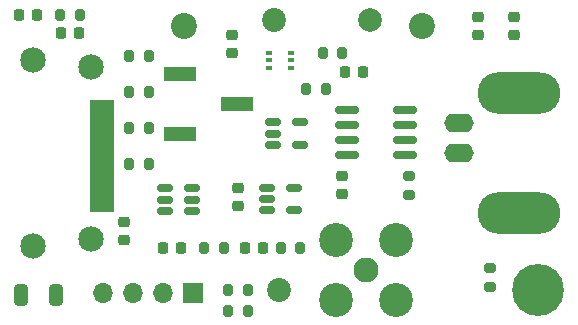
<source format=gbr>
%TF.GenerationSoftware,KiCad,Pcbnew,(6.0.4-0)*%
%TF.CreationDate,2023-05-17T14:52:11-05:00*%
%TF.ProjectId,voltage_sense,766f6c74-6167-4655-9f73-656e73652e6b,rev?*%
%TF.SameCoordinates,Original*%
%TF.FileFunction,Soldermask,Top*%
%TF.FilePolarity,Negative*%
%FSLAX46Y46*%
G04 Gerber Fmt 4.6, Leading zero omitted, Abs format (unit mm)*
G04 Created by KiCad (PCBNEW (6.0.4-0)) date 2023-05-17 14:52:11*
%MOMM*%
%LPD*%
G01*
G04 APERTURE LIST*
G04 Aperture macros list*
%AMRoundRect*
0 Rectangle with rounded corners*
0 $1 Rounding radius*
0 $2 $3 $4 $5 $6 $7 $8 $9 X,Y pos of 4 corners*
0 Add a 4 corners polygon primitive as box body*
4,1,4,$2,$3,$4,$5,$6,$7,$8,$9,$2,$3,0*
0 Add four circle primitives for the rounded corners*
1,1,$1+$1,$2,$3*
1,1,$1+$1,$4,$5*
1,1,$1+$1,$6,$7*
1,1,$1+$1,$8,$9*
0 Add four rect primitives between the rounded corners*
20,1,$1+$1,$2,$3,$4,$5,0*
20,1,$1+$1,$4,$5,$6,$7,0*
20,1,$1+$1,$6,$7,$8,$9,0*
20,1,$1+$1,$8,$9,$2,$3,0*%
G04 Aperture macros list end*
%ADD10RoundRect,0.150000X-0.512500X-0.150000X0.512500X-0.150000X0.512500X0.150000X-0.512500X0.150000X0*%
%ADD11RoundRect,0.200000X-0.200000X-0.275000X0.200000X-0.275000X0.200000X0.275000X-0.200000X0.275000X0*%
%ADD12RoundRect,0.150000X0.825000X0.150000X-0.825000X0.150000X-0.825000X-0.150000X0.825000X-0.150000X0*%
%ADD13R,1.700000X1.700000*%
%ADD14O,1.700000X1.700000*%
%ADD15RoundRect,0.225000X0.250000X-0.225000X0.250000X0.225000X-0.250000X0.225000X-0.250000X-0.225000X0*%
%ADD16C,2.020000*%
%ADD17RoundRect,0.225000X-0.250000X0.225000X-0.250000X-0.225000X0.250000X-0.225000X0.250000X0.225000X0*%
%ADD18RoundRect,0.200000X0.200000X0.275000X-0.200000X0.275000X-0.200000X-0.275000X0.200000X-0.275000X0*%
%ADD19RoundRect,0.200000X0.275000X-0.200000X0.275000X0.200000X-0.275000X0.200000X-0.275000X-0.200000X0*%
%ADD20R,0.600000X0.420000*%
%ADD21RoundRect,0.225000X-0.225000X-0.250000X0.225000X-0.250000X0.225000X0.250000X-0.225000X0.250000X0*%
%ADD22C,2.000000*%
%ADD23C,2.200000*%
%ADD24O,2.500000X1.600000*%
%ADD25O,7.000000X3.500000*%
%ADD26RoundRect,0.101600X-0.950000X0.150000X-0.950000X-0.150000X0.950000X-0.150000X0.950000X0.150000X0*%
%ADD27RoundRect,0.100000X-0.950000X0.150000X-0.950000X-0.150000X0.950000X-0.150000X0.950000X0.150000X0*%
%ADD28C,2.153200*%
%ADD29C,4.400000*%
%ADD30RoundRect,0.250000X-0.325000X-0.650000X0.325000X-0.650000X0.325000X0.650000X-0.325000X0.650000X0*%
%ADD31RoundRect,0.225000X0.225000X0.250000X-0.225000X0.250000X-0.225000X-0.250000X0.225000X-0.250000X0*%
%ADD32R,2.790000X1.190000*%
%ADD33C,2.108200*%
%ADD34C,2.870200*%
G04 APERTURE END LIST*
D10*
%TO.C,U3*%
X22230500Y11986300D03*
X22230500Y11036300D03*
X22230500Y10086300D03*
X24505500Y10086300D03*
X24505500Y11986300D03*
%TD*%
D11*
%TO.C,R10*%
X16955000Y6921500D03*
X18605000Y6921500D03*
%TD*%
D12*
%TO.C,U2*%
X33971000Y14795500D03*
X33971000Y16065500D03*
X33971000Y17335500D03*
X33971000Y18605500D03*
X29021000Y18605500D03*
X29021000Y17335500D03*
X29021000Y16065500D03*
X29021000Y14795500D03*
%TD*%
D13*
%TO.C,J2*%
X16002000Y3111500D03*
D14*
X13462000Y3111500D03*
X10922000Y3111500D03*
X8382000Y3111500D03*
%TD*%
D11*
%TO.C,R13*%
X25591000Y20383500D03*
X27241000Y20383500D03*
%TD*%
D15*
%TO.C,C6*%
X43180000Y24942500D03*
X43180000Y26492500D03*
%TD*%
%TO.C,C7*%
X28575000Y11480500D03*
X28575000Y13030500D03*
%TD*%
D16*
%TO.C,TP1*%
X23241000Y3365500D03*
%TD*%
D11*
%TO.C,R4*%
X10605000Y14033500D03*
X12255000Y14033500D03*
%TD*%
D17*
%TO.C,C31*%
X10160000Y9093500D03*
X10160000Y7543500D03*
%TD*%
D11*
%TO.C,R6*%
X23432000Y6921500D03*
X25082000Y6921500D03*
%TD*%
D15*
%TO.C,C8*%
X19812000Y10464500D03*
X19812000Y12014500D03*
%TD*%
D18*
%TO.C,R66*%
X6413000Y26606500D03*
X4763000Y26606500D03*
%TD*%
D19*
%TO.C,R71*%
X41148000Y3556500D03*
X41148000Y5206500D03*
%TD*%
D15*
%TO.C,C32*%
X40132000Y24942500D03*
X40132000Y26492500D03*
%TD*%
D18*
%TO.C,R16*%
X20637000Y3365500D03*
X18987000Y3365500D03*
%TD*%
D20*
%TO.C,U4*%
X22418000Y23446500D03*
X22418000Y22796500D03*
X22418000Y22146500D03*
X24318000Y22146500D03*
X24318000Y22796500D03*
X24318000Y23446500D03*
%TD*%
D10*
%TO.C,IC1*%
X13594500Y11935500D03*
X13594500Y10985500D03*
X13594500Y10035500D03*
X15869500Y10035500D03*
X15869500Y10985500D03*
X15869500Y11935500D03*
%TD*%
D21*
%TO.C,C11*%
X20357800Y6921500D03*
X21907800Y6921500D03*
%TD*%
D22*
%TO.C,TP9*%
X30988000Y26225500D03*
%TD*%
D23*
%TO.C,H7*%
X35407600Y25667500D03*
%TD*%
D11*
%TO.C,R11*%
X26988000Y23431500D03*
X28638000Y23431500D03*
%TD*%
D24*
%TO.C,J5*%
X38501200Y14897100D03*
D25*
X43581200Y19977100D03*
D24*
X38501200Y17437100D03*
D25*
X43581200Y9817100D03*
%TD*%
D26*
%TO.C,J4*%
X8268000Y10197900D03*
X8268000Y10697900D03*
X8268000Y11197900D03*
X8268000Y11697900D03*
X8268000Y12197900D03*
X8268000Y12697900D03*
X8268000Y13197900D03*
X8268000Y13697900D03*
X8268000Y14197900D03*
X8268000Y14697900D03*
X8268000Y15197900D03*
X8268000Y15697900D03*
X8268000Y16197900D03*
X8268000Y16697900D03*
X8268000Y17197900D03*
X8268000Y17697900D03*
X8268000Y18197900D03*
D27*
X8268000Y18697900D03*
X8268000Y19197900D03*
D28*
X7318000Y7697900D03*
X2418000Y7097900D03*
X7318000Y22197900D03*
X2418000Y22797900D03*
%TD*%
D10*
%TO.C,U1*%
X22738500Y17523500D03*
X22738500Y16573500D03*
X22738500Y15623500D03*
X25013500Y15623500D03*
X25013500Y17523500D03*
%TD*%
D18*
%TO.C,R1*%
X12255000Y23177500D03*
X10605000Y23177500D03*
%TD*%
D29*
%TO.C,H3*%
X45212000Y3365500D03*
%TD*%
D19*
%TO.C,R12*%
X34290000Y11367500D03*
X34290000Y13017500D03*
%TD*%
D16*
%TO.C,TP2*%
X22860000Y26225500D03*
%TD*%
D30*
%TO.C,FB1*%
X1420600Y2908300D03*
X4370600Y2908300D03*
%TD*%
D18*
%TO.C,R18*%
X12255000Y17081500D03*
X10605000Y17081500D03*
%TD*%
D31*
%TO.C,C19*%
X6363000Y25082500D03*
X4813000Y25082500D03*
%TD*%
D21*
%TO.C,C12*%
X13449000Y6921500D03*
X14999000Y6921500D03*
%TD*%
D32*
%TO.C,RV1*%
X14857000Y21653500D03*
X19687000Y19113500D03*
X14857000Y16573500D03*
%TD*%
D31*
%TO.C,C10*%
X30366000Y21780500D03*
X28816000Y21780500D03*
%TD*%
D18*
%TO.C,R15*%
X20637000Y1587500D03*
X18987000Y1587500D03*
%TD*%
D23*
%TO.C,H1*%
X15240000Y25667500D03*
%TD*%
D18*
%TO.C,R2*%
X12255000Y20129500D03*
X10605000Y20129500D03*
%TD*%
D31*
%TO.C,C5*%
X2807000Y26606500D03*
X1257000Y26606500D03*
%TD*%
D17*
%TO.C,C1*%
X19304000Y24968500D03*
X19304000Y23418500D03*
%TD*%
D33*
%TO.C,J1*%
X30607000Y5016500D03*
D34*
X33156900Y7566400D03*
X33156900Y2466600D03*
X28057100Y2466600D03*
X28057100Y7566400D03*
%TD*%
M02*

</source>
